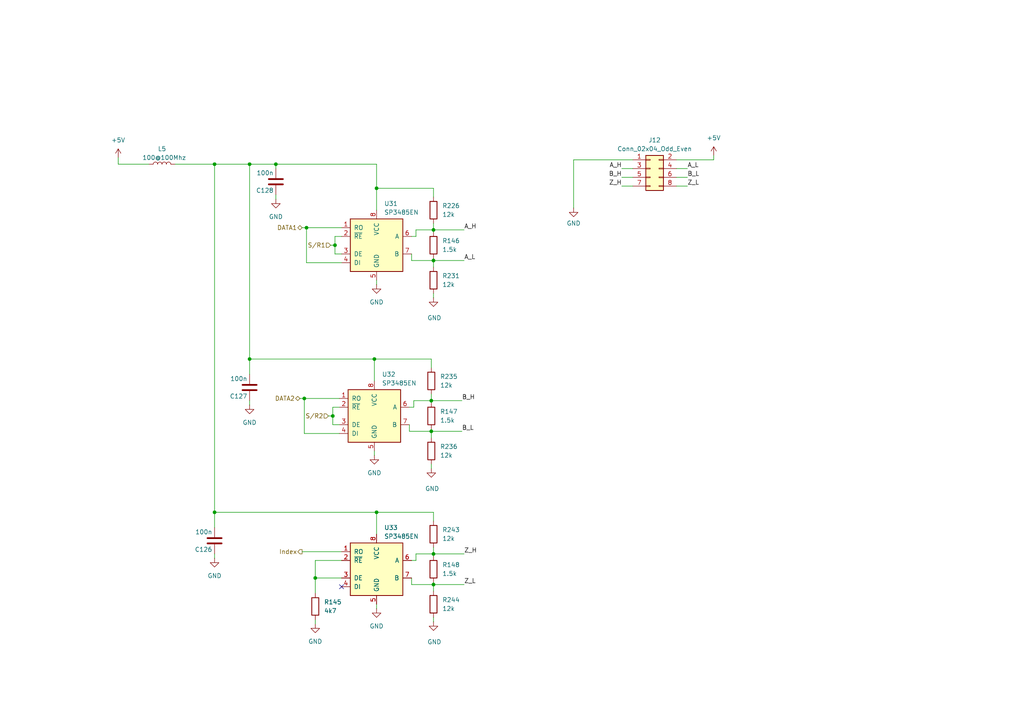
<source format=kicad_sch>
(kicad_sch (version 20231120) (generator "eeschema") (generator_version "8.0")
  (paper "A4")
  (lib_symbols
    (symbol "Connector_Generic:Conn_02x04_Odd_Even" (pin_names (offset 1.016) hide)
      (property "Reference" "J" (at 1.27 5.08 0))
      (property "Value" "Conn_02x04_Odd_Even" (at 1.27 -7.62 0))
      (symbol "Conn_02x04_Odd_Even_1_1"
        (rectangle (start -1.27 -4.953) (end 0 -5.207) (stroke (width 0.1524)))
        (rectangle (start -1.27 -2.413) (end 0 -2.667) (stroke (width 0.1524)))
        (rectangle (start -1.27 0.127) (end 0 -0.127) (stroke (width 0.1524)))
        (rectangle (start -1.27 2.667) (end 0 2.413) (stroke (width 0.1524)))
        (rectangle (start -1.27 3.81) (end 3.81 -6.35) (stroke (width 0.254)) (fill (type background)))
        (rectangle (start 3.81 -4.953) (end 2.54 -5.207) (stroke (width 0.1524)))
        (rectangle (start 3.81 -2.413) (end 2.54 -2.667) (stroke (width 0.1524)))
        (rectangle (start 3.81 0.127) (end 2.54 -0.127) (stroke (width 0.1524)))
        (rectangle (start 3.81 2.667) (end 2.54 2.413) (stroke (width 0.1524)))
        (pin passive line (at -5.08 2.54 0) (length 3.81) (name "Pin_1") (number "1"))
        (pin passive line (at 7.62 2.54 180) (length 3.81) (name "Pin_2") (number "2"))
        (pin passive line (at -5.08 0 0) (length 3.81) (name "Pin_3") (number "3"))
        (pin passive line (at 7.62 0 180) (length 3.81) (name "Pin_4") (number "4"))
        (pin passive line (at -5.08 -2.54 0) (length 3.81) (name "Pin_5") (number "5"))
        (pin passive line (at 7.62 -2.54 180) (length 3.81) (name "Pin_6") (number "6"))
        (pin passive line (at -5.08 -5.08 0) (length 3.81) (name "Pin_7") (number "7"))
        (pin passive line (at 7.62 -5.08 180) (length 3.81) (name "Pin_8") (number "8"))
      )
    )
    (symbol "Device:C" (pin_numbers hide) (pin_names (offset 0.254))
      (property "Reference" "C" (at 0.635 2.54 0))
      (property "Value" "C" (at 0.635 -2.54 0))
      (symbol "C_0_1"
        (polyline (pts (xy -2.032 -0.762) (xy 2.032 -0.762)) (stroke (width 0.508)))
        (polyline (pts (xy -2.032 0.762) (xy 2.032 0.762)) (stroke (width 0.508)))
      )
      (symbol "C_1_1"
        (pin passive line (at 0 3.81 270) (length 2.794) (name "~") (number "1"))
        (pin passive line (at 0 -3.81 90) (length 2.794) (name "~") (number "2"))
      )
    )
    (symbol "Device:L" (pin_numbers hide) (pin_names (offset 1.016) hide)
      (property "Reference" "L" (at -1.27 0 90))
      (property "Value" "L" (at 1.905 0 90))
      (symbol "L_0_1"
        (arc (start 0 -2.54) (mid 0.6323 -1.905) (end 0 -1.27))
        (arc (start 0 -1.27) (mid 0.6323 -0.635) (end 0 0))
        (arc (start 0 0) (mid 0.6323 0.635) (end 0 1.27))
        (arc (start 0 1.27) (mid 0.6323 1.905) (end 0 2.54))
      )
      (symbol "L_1_1"
        (pin passive line (at 0 3.81 270) (length 1.27) (name "1") (number "1"))
        (pin passive line (at 0 -3.81 90) (length 1.27) (name "2") (number "2"))
      )
    )
    (symbol "Device:R" (pin_numbers hide) (pin_names (offset 0))
      (property "Reference" "R" (at 2.032 0 90))
      (property "Value" "R" (at 0 0 90))
      (symbol "R_0_1"
        (rectangle (start -1.016 -2.54) (end 1.016 2.54) (stroke (width 0.254)))
      )
      (symbol "R_1_1"
        (pin passive line (at 0 3.81 270) (length 1.27) (name "~") (number "1"))
        (pin passive line (at 0 -3.81 90) (length 1.27) (name "~") (number "2"))
      )
    )
    (symbol "Interface_UART:SP3485EN" (pin_names (offset 1.016))
      (property "Reference" "U" (at -7.62 8.89 0))
      (property "Value" "SP3485EN" (at 2.54 8.89 0))
      (symbol "SP3485EN_0_1"
        (rectangle (start -7.62 7.62) (end 7.62 -7.62) (stroke (width 0.254)) (fill (type background)))
      )
      (symbol "SP3485EN_1_1"
        (pin output line (at -10.16 5.08 0) (length 2.54) (name "RO") (number "1"))
        (pin input line (at -10.16 2.54 0) (length 2.54) (name "~{RE}") (number "2"))
        (pin input line (at -10.16 -2.54 0) (length 2.54) (name "DE") (number "3"))
        (pin input line (at -10.16 -5.08 0) (length 2.54) (name "DI") (number "4"))
        (pin power_in line (at 0 -10.16 90) (length 2.54) (name "GND") (number "5"))
        (pin bidirectional line (at 10.16 2.54 180) (length 2.54) (name "A") (number "6"))
        (pin bidirectional line (at 10.16 -2.54 180) (length 2.54) (name "B") (number "7"))
        (pin power_in line (at 0 10.16 270) (length 2.54) (name "VCC") (number "8"))
      )
    )
    (symbol "power:+5V" (power) (pin_numbers hide) (pin_names (offset 0) hide)
      (property "Value" "+5V" (at 0 3.556 0))
      (symbol "+5V_0_1"
        (polyline (pts (xy -0.762 1.27) (xy 0 2.54)))
        (polyline (pts (xy 0 0) (xy 0 2.54)))
        (polyline (pts (xy 0 2.54) (xy 0.762 1.27)))
      )
      (symbol "+5V_1_1"
        (pin power_in line (at 0 0 90) (length 0) (name "~") (number "1"))
      )
    )
    (symbol "power:GND" (power) (pin_numbers hide) (pin_names (offset 0) hide)
      (property "Value" "GND" (at 0 -3.81 0))
      (symbol "GND_0_1"
        (polyline (pts (xy 0 0) (xy 0 -1.27) (xy 1.27 -1.27) (xy 0 -2.54) (xy -1.27 -1.27) (xy 0 -1.27)))
      )
      (symbol "GND_1_1"
        (pin power_in line (at 0 0 270) (length 0) (name "~") (number "1"))
      )
    )
  )
  (junction (at 109.22 148.59))
  (junction (at 125.095 125.095))
  (junction (at 72.39 104.14))
  (junction (at 125.095 116.205))
  (junction (at 109.22 54.61))
  (junction (at 97.155 71.12))
  (junction (at 125.73 160.655))
  (junction (at 108.585 104.14))
  (junction (at 96.52 120.65))
  (junction (at 88.265 115.57))
  (junction (at 72.39 47.625))
  (junction (at 91.44 167.64))
  (junction (at 62.23 148.59))
  (junction (at 62.23 47.625))
  (junction (at 125.73 75.565))
  (junction (at 125.73 169.545))
  (junction (at 125.73 66.675))
  (junction (at 80.01 47.625))
  (junction (at 88.9 66.04))
  (no_connect (at 99.06 170.18))
  (wire (pts (xy 120.65 162.56) (xy 120.65 160.655)))
  (wire (pts (xy 125.095 134.62) (xy 125.095 135.89)))
  (wire (pts (xy 125.73 158.75) (xy 125.73 160.655)))
  (wire (pts (xy 88.9 66.04) (xy 88.9 76.2)))
  (wire (pts (xy 125.73 148.59) (xy 109.22 148.59)))
  (wire (pts (xy 34.29 45.72) (xy 34.29 47.625)))
  (wire (pts (xy 120.015 116.205) (xy 125.095 116.205)))
  (wire (pts (xy 108.585 130.81) (xy 108.585 132.08)))
  (wire (pts (xy 109.22 47.625) (xy 109.22 54.61)))
  (wire (pts (xy 87.63 66.04) (xy 88.9 66.04)))
  (wire (pts (xy 207.01 45.085) (xy 207.01 46.355)))
  (wire (pts (xy 119.38 162.56) (xy 120.65 162.56)))
  (wire (pts (xy 125.73 160.655) (xy 134.62 160.655)))
  (wire (pts (xy 72.39 47.625) (xy 80.01 47.625)))
  (wire (pts (xy 62.23 47.625) (xy 62.23 148.59)))
  (wire (pts (xy 125.73 64.77) (xy 125.73 66.675)))
  (wire (pts (xy 119.38 68.58) (xy 120.65 68.58)))
  (wire (pts (xy 108.585 110.49) (xy 108.585 104.14)))
  (wire (pts (xy 118.745 123.19) (xy 118.745 125.095)))
  (wire (pts (xy 125.095 104.14) (xy 108.585 104.14)))
  (wire (pts (xy 97.155 73.66) (xy 99.06 73.66)))
  (wire (pts (xy 166.37 46.355) (xy 166.37 60.325)))
  (wire (pts (xy 119.38 75.565) (xy 125.73 75.565)))
  (wire (pts (xy 95.25 120.65) (xy 96.52 120.65)))
  (wire (pts (xy 34.29 47.625) (xy 43.18 47.625)))
  (wire (pts (xy 99.06 68.58) (xy 97.155 68.58)))
  (wire (pts (xy 91.44 179.705) (xy 91.44 180.975)))
  (wire (pts (xy 87.63 160.02) (xy 99.06 160.02)))
  (wire (pts (xy 119.38 73.66) (xy 119.38 75.565)))
  (wire (pts (xy 120.65 66.675) (xy 125.73 66.675)))
  (wire (pts (xy 120.65 160.655) (xy 125.73 160.655)))
  (wire (pts (xy 180.34 51.435) (xy 183.515 51.435)))
  (wire (pts (xy 118.745 125.095) (xy 125.095 125.095)))
  (wire (pts (xy 125.73 151.13) (xy 125.73 148.59)))
  (wire (pts (xy 125.73 57.15) (xy 125.73 54.61)))
  (wire (pts (xy 109.22 175.26) (xy 109.22 176.53)))
  (wire (pts (xy 125.73 66.675) (xy 134.62 66.675)))
  (wire (pts (xy 109.22 81.28) (xy 109.22 82.55)))
  (wire (pts (xy 99.06 167.64) (xy 91.44 167.64)))
  (wire (pts (xy 196.215 53.975) (xy 199.39 53.975)))
  (wire (pts (xy 125.73 66.675) (xy 125.73 67.31)))
  (wire (pts (xy 120.65 68.58) (xy 120.65 66.675)))
  (wire (pts (xy 80.01 47.625) (xy 80.01 48.895)))
  (wire (pts (xy 91.44 167.64) (xy 91.44 172.085)))
  (wire (pts (xy 125.095 116.205) (xy 125.095 116.84)))
  (wire (pts (xy 125.73 75.565) (xy 125.73 77.47)))
  (wire (pts (xy 96.52 120.65) (xy 96.52 123.19)))
  (wire (pts (xy 96.52 118.11) (xy 96.52 120.65)))
  (wire (pts (xy 196.215 51.435) (xy 199.39 51.435)))
  (wire (pts (xy 80.01 56.515) (xy 80.01 57.785)))
  (wire (pts (xy 119.38 169.545) (xy 125.73 169.545)))
  (wire (pts (xy 125.095 125.095) (xy 125.095 127)))
  (wire (pts (xy 108.585 104.14) (xy 72.39 104.14)))
  (wire (pts (xy 109.22 154.94) (xy 109.22 148.59)))
  (wire (pts (xy 72.39 116.205) (xy 72.39 117.475)))
  (wire (pts (xy 125.73 75.565) (xy 134.62 75.565)))
  (wire (pts (xy 91.44 162.56) (xy 91.44 167.64)))
  (wire (pts (xy 125.73 54.61) (xy 109.22 54.61)))
  (wire (pts (xy 125.73 169.545) (xy 134.62 169.545)))
  (wire (pts (xy 91.44 162.56) (xy 99.06 162.56)))
  (wire (pts (xy 125.73 179.07) (xy 125.73 180.34)))
  (wire (pts (xy 125.095 125.095) (xy 133.985 125.095)))
  (wire (pts (xy 125.73 160.655) (xy 125.73 161.29)))
  (wire (pts (xy 88.265 125.73) (xy 98.425 125.73)))
  (wire (pts (xy 109.22 148.59) (xy 62.23 148.59)))
  (wire (pts (xy 196.215 46.355) (xy 207.01 46.355)))
  (wire (pts (xy 80.01 47.625) (xy 109.22 47.625)))
  (wire (pts (xy 120.015 118.11) (xy 120.015 116.205)))
  (wire (pts (xy 183.515 46.355) (xy 166.37 46.355)))
  (wire (pts (xy 62.23 47.625) (xy 72.39 47.625)))
  (wire (pts (xy 125.73 169.545) (xy 125.73 171.45)))
  (wire (pts (xy 88.9 76.2) (xy 99.06 76.2)))
  (wire (pts (xy 88.265 115.57) (xy 88.265 125.73)))
  (wire (pts (xy 88.265 115.57) (xy 98.425 115.57)))
  (wire (pts (xy 86.995 115.57) (xy 88.265 115.57)))
  (wire (pts (xy 196.215 48.895) (xy 199.39 48.895)))
  (wire (pts (xy 109.22 54.61) (xy 109.22 60.96)))
  (wire (pts (xy 62.23 148.59) (xy 62.23 153.035)))
  (wire (pts (xy 97.155 71.12) (xy 97.155 73.66)))
  (wire (pts (xy 125.095 116.205) (xy 133.985 116.205)))
  (wire (pts (xy 72.39 104.14) (xy 72.39 108.585)))
  (wire (pts (xy 62.23 160.655) (xy 62.23 161.925)))
  (wire (pts (xy 180.34 53.975) (xy 183.515 53.975)))
  (wire (pts (xy 118.745 118.11) (xy 120.015 118.11)))
  (wire (pts (xy 50.8 47.625) (xy 62.23 47.625)))
  (wire (pts (xy 96.52 123.19) (xy 98.425 123.19)))
  (wire (pts (xy 119.38 167.64) (xy 119.38 169.545)))
  (wire (pts (xy 95.885 71.12) (xy 97.155 71.12)))
  (wire (pts (xy 98.425 118.11) (xy 96.52 118.11)))
  (wire (pts (xy 125.095 114.3) (xy 125.095 116.205)))
  (wire (pts (xy 180.34 48.895) (xy 183.515 48.895)))
  (wire (pts (xy 72.39 47.625) (xy 72.39 104.14)))
  (wire (pts (xy 97.155 68.58) (xy 97.155 71.12)))
  (wire (pts (xy 125.73 74.93) (xy 125.73 75.565)))
  (wire (pts (xy 125.73 168.91) (xy 125.73 169.545)))
  (wire (pts (xy 125.095 124.46) (xy 125.095 125.095)))
  (wire (pts (xy 125.73 85.09) (xy 125.73 86.36)))
  (wire (pts (xy 125.095 106.68) (xy 125.095 104.14)))
  (wire (pts (xy 88.9 66.04) (xy 99.06 66.04)))
  (label "Z_L" (at 199.39 53.975 0))
  (label "B_L" (at 133.985 125.095 0))
  (label "B_L" (at 199.39 51.435 0))
  (label "B_H" (at 133.985 116.205 0))
  (label "A_H" (at 180.34 48.895 180))
  (label "Z_L" (at 134.62 169.545 0))
  (label "A_L" (at 199.39 48.895 0))
  (label "A_H" (at 134.62 66.675 0))
  (label "Z_H" (at 134.62 160.655 0))
  (label "B_H" (at 180.34 51.435 180))
  (label "Z_H" (at 180.34 53.975 180))
  (label "A_L" (at 134.62 75.565 0))
  (hierarchical_label "S{slash}R1" (shape input) (at 95.885 71.12 180))
  (hierarchical_label "S{slash}R2" (shape input) (at 95.25 120.65 180))
  (hierarchical_label "DATA1" (shape bidirectional) (at 87.63 66.04 180))
  (hierarchical_label "Index" (shape output) (at 87.63 160.02 180))
  (hierarchical_label "DATA2" (shape bidirectional) (at 86.995 115.57 180))
  (symbol (lib_id "Device:R") (at 91.44 175.895 180) (unit 1)
    (property "Reference" "R145" (at 93.98 174.6249 0) (effects (justify right)))
    (property "Value" "4k7" (at 93.98 177.1649 0) (effects (justify right)))
    (property "Footprint" "Resistor_SMD:R_0402_1005Metric" (effects (hide yes)))
    (property "Description" "Resistor" (effects (hide yes)))
    (property "LCSC Part #" "C25900" (effects (hide yes)))
    (instances (project "EthercatIOBoard" (path "" (reference "R145") (unit 1)) (path "" (reference "R149") (unit 1)) (path "" (reference "R153") (unit 1)) (path "" (reference "R169") (unit 1))))
  )
  (symbol (lib_id "power:+5V") (at 34.29 45.72 0) (unit 1)
    (property "Reference" "#PWR0251" (effects (hide yes)))
    (property "Value" "+5V" (at 34.29 40.64 0))
    (property "Description" "Power symbol creates a global label with name \"+5V\"" (effects (hide yes)))
    (instances (project "EthercatIOBoard" (path "" (reference "#PWR0251") (unit 1)) (path "" (reference "#PWR0261") (unit 1)) (path "" (reference "#PWR0271") (unit 1)) (path "" (reference "#PWR0293") (unit 1))))
  )
  (symbol (lib_id "power:GND") (at 125.73 86.36 0) (unit 1)
    (property "Reference" "#PWR055" (effects (hide yes)))
    (property "Value" "GND" (at 125.984 92.202 0))
    (property "Description" "Power symbol creates a global label with name \"GND\" , ground" (effects (hide yes)))
    (instances (project "EthercatIOBoard" (path "" (reference "#PWR055") (unit 1)) (path "" (reference "#PWR0346") (unit 1)) (path "" (reference "#PWR0347") (unit 1)) (path "" (reference "#PWR0348") (unit 1))))
  )
  (symbol (lib_id "power:+5V") (at 207.01 45.085 0) (unit 1)
    (property "Reference" "#PWR0260" (effects (hide yes)))
    (property "Value" "+5V" (at 207.01 40.005 0))
    (property "Description" "Power symbol creates a global label with name \"+5V\"" (effects (hide yes)))
    (instances (project "EthercatIOBoard" (path "" (reference "#PWR0260") (unit 1)) (path "" (reference "#PWR0270") (unit 1)) (path "" (reference "#PWR0280") (unit 1)) (path "" (reference "#PWR0302") (unit 1))))
  )
  (symbol (lib_id "power:GND") (at 72.39 117.475 0) (unit 1)
    (property "Reference" "#PWR0253" (effects (hide yes)))
    (property "Value" "GND" (at 72.39 122.555 0))
    (property "Description" "Power symbol creates a global label with name \"GND\" , ground" (effects (hide yes)))
    (instances (project "EthercatIOBoard" (path "" (reference "#PWR0253") (unit 1)) (path "" (reference "#PWR0263") (unit 1)) (path "" (reference "#PWR0273") (unit 1)) (path "" (reference "#PWR0295") (unit 1))))
  )
  (symbol (lib_id "power:GND") (at 125.095 135.89 0) (unit 1)
    (property "Reference" "#PWR0349" (effects (hide yes)))
    (property "Value" "GND" (at 125.349 141.732 0))
    (property "Description" "Power symbol creates a global label with name \"GND\" , ground" (effects (hide yes)))
    (instances (project "EthercatIOBoard" (path "" (reference "#PWR0349") (unit 1)) (path "" (reference "#PWR0350") (unit 1)) (path "" (reference "#PWR0351") (unit 1)) (path "" (reference "#PWR0352") (unit 1))))
  )
  (symbol (lib_id "Device:R") (at 125.73 175.26 0) (unit 1)
    (property "Reference" "R244" (at 128.27 173.9899 0) (effects (justify left)))
    (property "Value" "12k" (at 128.27 176.5299 0) (effects (justify left)))
    (property "Footprint" "Resistor_SMD:R_0402_1005Metric" (effects (hide yes)))
    (property "Description" "Resistor" (effects (hide yes)))
    (property "LCSC Part #" "C25752" (effects (hide yes)))
    (instances (project "EthercatIOBoard" (path "" (reference "R244") (unit 1)) (path "" (reference "R246") (unit 1)) (path "" (reference "R248") (unit 1)) (path "" (reference "R250") (unit 1))))
  )
  (symbol (lib_id "power:GND") (at 166.37 60.325 0) (unit 1)
    (property "Reference" "#PWR0259" (effects (hide yes)))
    (property "Value" "GND" (at 166.37 64.77 0))
    (property "Description" "Power symbol creates a global label with name \"GND\" , ground" (effects (hide yes)))
    (instances (project "EthercatIOBoard" (path "" (reference "#PWR0259") (unit 1)) (path "" (reference "#PWR0269") (unit 1)) (path "" (reference "#PWR0279") (unit 1)) (path "" (reference "#PWR0301") (unit 1))))
  )
  (symbol (lib_id "power:GND") (at 109.22 176.53 0) (unit 1)
    (property "Reference" "#PWR0258" (effects (hide yes)))
    (property "Value" "GND" (at 109.22 181.61 0))
    (property "Description" "Power symbol creates a global label with name \"GND\" , ground" (effects (hide yes)))
    (instances (project "EthercatIOBoard" (path "" (reference "#PWR0258") (unit 1)) (path "" (reference "#PWR0268") (unit 1)) (path "" (reference "#PWR0278") (unit 1)) (path "" (reference "#PWR0300") (unit 1))))
  )
  (symbol (lib_id "power:GND") (at 125.73 180.34 0) (unit 1)
    (property "Reference" "#PWR0353" (effects (hide yes)))
    (property "Value" "GND" (at 125.984 186.182 0))
    (property "Description" "Power symbol creates a global label with name \"GND\" , ground" (effects (hide yes)))
    (instances (project "EthercatIOBoard" (path "" (reference "#PWR0353") (unit 1)) (path "" (reference "#PWR0354") (unit 1)) (path "" (reference "#PWR0355") (unit 1)) (path "" (reference "#PWR0356") (unit 1))))
  )
  (symbol (lib_id "Device:R") (at 125.095 130.81 0) (unit 1)
    (property "Reference" "R236" (at 127.635 129.5399 0) (effects (justify left)))
    (property "Value" "12k" (at 127.635 132.0799 0) (effects (justify left)))
    (property "Footprint" "Resistor_SMD:R_0402_1005Metric" (effects (hide yes)))
    (property "Description" "Resistor" (effects (hide yes)))
    (property "LCSC Part #" "C25752" (effects (hide yes)))
    (instances (project "EthercatIOBoard" (path "" (reference "R236") (unit 1)) (path "" (reference "R238") (unit 1)) (path "" (reference "R240") (unit 1)) (path "" (reference "R242") (unit 1))))
  )
  (symbol (lib_id "Device:C") (at 80.01 52.705 180) (unit 1)
    (property "Reference" "C128" (at 79.375 55.245 0) (effects (justify left)))
    (property "Value" "100n" (at 79.375 50.165 0) (effects (justify left)))
    (property "Footprint" "Capacitor_SMD:C_0402_1005Metric" (effects (hide yes)))
    (property "Description" "Unpolarized capacitor" (effects (hide yes)))
    (property "LCSC Part #" "C307331" (effects (hide yes)))
    (instances (project "EthercatIOBoard" (path "" (reference "C128") (unit 1)) (path "" (reference "C131") (unit 1)) (path "" (reference "C134") (unit 1)) (path "" (reference "C144") (unit 1))))
  )
  (symbol (lib_id "Interface_UART:SP3485EN") (at 108.585 120.65 0) (unit 1)
    (property "Reference" "U32" (at 110.7791 108.585 0) (effects (justify left)))
    (property "Value" "SP3485EN" (at 110.7791 111.125 0) (effects (justify left)))
    (property "Footprint" "Package_SO:SOIC-8_3.9x4.9mm_P1.27mm" (effects (hide yes)))
    (property "Datasheet" "http://www.icbase.com/pdf/SPX/SPX00480106.pdf" (effects (hide yes)))
    (property "Description" "Industrial 3.3V Low Power Half-Duplex RS-485 Transceiver 10Mbps, SOIC-8" (effects (hide yes)))
    (property "LCSC Part #" "C6855" (effects (hide yes)))
    (instances (project "EthercatIOBoard" (path "" (reference "U32") (unit 1)) (path "" (reference "U35") (unit 1)) (path "" (reference "U38") (unit 1)) (path "" (reference "U42") (unit 1))))
  )
  (symbol (lib_id "power:GND") (at 108.585 132.08 0) (unit 1)
    (property "Reference" "#PWR0257" (effects (hide yes)))
    (property "Value" "GND" (at 108.585 137.16 0))
    (property "Description" "Power symbol creates a global label with name \"GND\" , ground" (effects (hide yes)))
    (instances (project "EthercatIOBoard" (path "" (reference "#PWR0257") (unit 1)) (path "" (reference "#PWR0267") (unit 1)) (path "" (reference "#PWR0277") (unit 1)) (path "" (reference "#PWR0299") (unit 1))))
  )
  (symbol (lib_id "Device:C") (at 72.39 112.395 180) (unit 1)
    (property "Reference" "C127" (at 71.755 114.935 0) (effects (justify left)))
    (property "Value" "100n" (at 71.755 109.855 0) (effects (justify left)))
    (property "Footprint" "Capacitor_SMD:C_0402_1005Metric" (effects (hide yes)))
    (property "Description" "Unpolarized capacitor" (effects (hide yes)))
    (property "LCSC Part #" "C307331" (effects (hide yes)))
    (instances (project "EthercatIOBoard" (path "" (reference "C127") (unit 1)) (path "" (reference "C130") (unit 1)) (path "" (reference "C133") (unit 1)) (path "" (reference "C143") (unit 1))))
  )
  (symbol (lib_id "Connector_Generic:Conn_02x04_Odd_Even") (at 188.595 48.895 0) (unit 1) (in_bom no)
    (property "Reference" "J12" (at 189.865 40.64 0))
    (property "Value" "Conn_02x04_Odd_Even" (at 189.865 43.18 0))
    (property "Footprint" "JLCFootprints:2Row4Pin3.5mm" (effects (hide yes)))
    (property "Description" "Generic connector, double row, 02x04, odd/even pin numbering scheme (row 1 odd numbers, row 2 even numbers), script generated (kicad-library-utils/schlib/autogen/connector/)" (effects (hide yes)))
    (property "LCSC Part #" "C2923127" (effects (hide yes)))
    (property "Header" "C2903966" (effects (hide yes)))
    (instances (project "EthercatIOBoard" (path "" (reference "J12") (unit 1)) (path "" (reference "J13") (unit 1)) (path "" (reference "J14") (unit 1)) (path "" (reference "J17") (unit 1))))
  )
  (symbol (lib_id "power:GND") (at 109.22 82.55 0) (unit 1)
    (property "Reference" "#PWR0256" (effects (hide yes)))
    (property "Value" "GND" (at 109.22 87.63 0))
    (property "Description" "Power symbol creates a global label with name \"GND\" , ground" (effects (hide yes)))
    (instances (project "EthercatIOBoard" (path "" (reference "#PWR0256") (unit 1)) (path "" (reference "#PWR0266") (unit 1)) (path "" (reference "#PWR0276") (unit 1)) (path "" (reference "#PWR0298") (unit 1))))
  )
  (symbol (lib_id "Device:C") (at 62.23 156.845 180) (unit 1)
    (property "Reference" "C126" (at 61.595 159.385 0) (effects (justify left)))
    (property "Value" "100n" (at 61.595 154.305 0) (effects (justify left)))
    (property "Footprint" "Capacitor_SMD:C_0402_1005Metric" (effects (hide yes)))
    (property "Description" "Unpolarized capacitor" (effects (hide yes)))
    (property "LCSC Part #" "C307331" (effects (hide yes)))
    (instances (project "EthercatIOBoard" (path "" (reference "C126") (unit 1)) (path "" (reference "C129") (unit 1)) (path "" (reference "C132") (unit 1)) (path "" (reference "C142") (unit 1))))
  )
  (symbol (lib_id "Device:R") (at 125.73 71.12 0) (unit 1)
    (property "Reference" "R146" (at 128.27 69.8499 0) (effects (justify left)))
    (property "Value" "1.5k" (at 128.27 72.3899 0) (effects (justify left)))
    (property "Footprint" "Resistor_SMD:R_0603_1608Metric" (effects (hide yes)))
    (property "Description" "Resistor" (effects (hide yes)))
    (property "LCSC Part #" "C22787" (effects (hide yes)))
    (instances (project "EthercatIOBoard" (path "" (reference "R146") (unit 1)) (path "" (reference "R150") (unit 1)) (path "" (reference "R154") (unit 1)) (path "" (reference "R170") (unit 1))))
  )
  (symbol (lib_id "Device:R") (at 125.73 60.96 0) (unit 1)
    (property "Reference" "R226" (at 128.27 59.6899 0) (effects (justify left)))
    (property "Value" "12k" (at 128.27 62.2299 0) (effects (justify left)))
    (property "Footprint" "Resistor_SMD:R_0402_1005Metric" (effects (hide yes)))
    (property "Description" "Resistor" (effects (hide yes)))
    (property "LCSC Part #" "C25752" (effects (hide yes)))
    (instances (project "EthercatIOBoard" (path "" (reference "R226") (unit 1)) (path "" (reference "R228") (unit 1)) (path "" (reference "R229") (unit 1)) (path "" (reference "R230") (unit 1))))
  )
  (symbol (lib_id "Interface_UART:SP3485EN") (at 109.22 71.12 0) (unit 1)
    (property "Reference" "U31" (at 111.4141 59.055 0) (effects (justify left)))
    (property "Value" "SP3485EN" (at 111.4141 61.595 0) (effects (justify left)))
    (property "Footprint" "Package_SO:SOIC-8_3.9x4.9mm_P1.27mm" (effects (hide yes)))
    (property "Datasheet" "http://www.icbase.com/pdf/SPX/SPX00480106.pdf" (effects (hide yes)))
    (property "Description" "Industrial 3.3V Low Power Half-Duplex RS-485 Transceiver 10Mbps, SOIC-8" (effects (hide yes)))
    (property "LCSC Part #" "C6855" (effects (hide yes)))
    (instances (project "EthercatIOBoard" (path "" (reference "U31") (unit 1)) (path "" (reference "U34") (unit 1)) (path "" (reference "U37") (unit 1)) (path "" (reference "U41") (unit 1))))
  )
  (symbol (lib_id "Device:R") (at 125.73 165.1 0) (unit 1)
    (property "Reference" "R148" (at 128.27 163.8299 0) (effects (justify left)))
    (property "Value" "1.5k" (at 128.27 166.3699 0) (effects (justify left)))
    (property "Footprint" "Resistor_SMD:R_0603_1608Metric" (effects (hide yes)))
    (property "Description" "Resistor" (effects (hide yes)))
    (property "LCSC Part #" "C22787" (effects (hide yes)))
    (instances (project "EthercatIOBoard" (path "" (reference "R148") (unit 1)) (path "" (reference "R152") (unit 1)) (path "" (reference "R156") (unit 1)) (path "" (reference "R172") (unit 1))))
  )
  (symbol (lib_id "power:GND") (at 91.44 180.975 0) (unit 1)
    (property "Reference" "#PWR0255" (effects (hide yes)))
    (property "Value" "GND" (at 91.44 186.055 0))
    (property "Description" "Power symbol creates a global label with name \"GND\" , ground" (effects (hide yes)))
    (instances (project "EthercatIOBoard" (path "" (reference "#PWR0255") (unit 1)) (path "" (reference "#PWR0265") (unit 1)) (path "" (reference "#PWR0275") (unit 1)) (path "" (reference "#PWR0297") (unit 1))))
  )
  (symbol (lib_id "Device:R") (at 125.095 110.49 0) (unit 1)
    (property "Reference" "R235" (at 127.635 109.2199 0) (effects (justify left)))
    (property "Value" "12k" (at 127.635 111.7599 0) (effects (justify left)))
    (property "Footprint" "Resistor_SMD:R_0402_1005Metric" (effects (hide yes)))
    (property "Description" "Resistor" (effects (hide yes)))
    (property "LCSC Part #" "C25752" (effects (hide yes)))
    (instances (project "EthercatIOBoard" (path "" (reference "R235") (unit 1)) (path "" (reference "R237") (unit 1)) (path "" (reference "R239") (unit 1)) (path "" (reference "R241") (unit 1))))
  )
  (symbol (lib_id "power:GND") (at 62.23 161.925 0) (unit 1)
    (property "Reference" "#PWR0252" (effects (hide yes)))
    (property "Value" "GND" (at 62.23 167.005 0))
    (property "Description" "Power symbol creates a global label with name \"GND\" , ground" (effects (hide yes)))
    (instances (project "EthercatIOBoard" (path "" (reference "#PWR0252") (unit 1)) (path "" (reference "#PWR0262") (unit 1)) (path "" (reference "#PWR0272") (unit 1)) (path "" (reference "#PWR0294") (unit 1))))
  )
  (symbol (lib_id "Device:L") (at 46.99 47.625 90) (unit 1)
    (property "Reference" "L5" (at 46.99 43.18 90))
    (property "Value" "100@100Mhz" (at 47.625 45.72 90))
    (property "Footprint" "Resistor_SMD:R_0805_2012Metric" (effects (hide yes)))
    (property "Description" "Inductor" (effects (hide yes)))
    (property "LCSC Part #" "C1015" (effects (hide yes)))
    (instances (project "EthercatIOBoard" (path "" (reference "L5") (unit 1)) (path "" (reference "L6") (unit 1)) (path "" (reference "L7") (unit 1)) (path "" (reference "L9") (unit 1))))
  )
  (symbol (lib_id "Device:R") (at 125.73 154.94 0) (unit 1)
    (property "Reference" "R243" (at 128.27 153.6699 0) (effects (justify left)))
    (property "Value" "12k" (at 128.27 156.2099 0) (effects (justify left)))
    (property "Footprint" "Resistor_SMD:R_0402_1005Metric" (effects (hide yes)))
    (property "Description" "Resistor" (effects (hide yes)))
    (property "LCSC Part #" "C25752" (effects (hide yes)))
    (instances (project "EthercatIOBoard" (path "" (reference "R243") (unit 1)) (path "" (reference "R245") (unit 1)) (path "" (reference "R247") (unit 1)) (path "" (reference "R249") (unit 1))))
  )
  (symbol (lib_id "Device:R") (at 125.73 81.28 0) (unit 1)
    (property "Reference" "R231" (at 128.27 80.0099 0) (effects (justify left)))
    (property "Value" "12k" (at 128.27 82.5499 0) (effects (justify left)))
    (property "Footprint" "Resistor_SMD:R_0402_1005Metric" (effects (hide yes)))
    (property "Description" "Resistor" (effects (hide yes)))
    (property "LCSC Part #" "C25752" (effects (hide yes)))
    (instances (project "EthercatIOBoard" (path "" (reference "R231") (unit 1)) (path "" (reference "R232") (unit 1)) (path "" (reference "R233") (unit 1)) (path "" (reference "R234") (unit 1))))
  )
  (symbol (lib_id "Device:R") (at 125.095 120.65 0) (unit 1)
    (property "Reference" "R147" (at 127.635 119.3799 0) (effects (justify left)))
    (property "Value" "1.5k" (at 127.635 121.9199 0) (effects (justify left)))
    (property "Footprint" "Resistor_SMD:R_0603_1608Metric" (effects (hide yes)))
    (property "Description" "Resistor" (effects (hide yes)))
    (property "LCSC Part #" "C22787" (effects (hide yes)))
    (instances (project "EthercatIOBoard" (path "" (reference "R147") (unit 1)) (path "" (reference "R151") (unit 1)) (path "" (reference "R155") (unit 1)) (path "" (reference "R171") (unit 1))))
  )
  (symbol (lib_id "Interface_UART:SP3485EN") (at 109.22 165.1 0) (unit 1)
    (property "Reference" "U33" (at 111.4141 153.035 0) (effects (justify left)))
    (property "Value" "SP3485EN" (at 111.4141 155.575 0) (effects (justify left)))
    (property "Footprint" "Package_SO:SOIC-8_3.9x4.9mm_P1.27mm" (effects (hide yes)))
    (property "Datasheet" "http://www.icbase.com/pdf/SPX/SPX00480106.pdf" (effects (hide yes)))
    (property "Description" "Industrial 3.3V Low Power Half-Duplex RS-485 Transceiver 10Mbps, SOIC-8" (effects (hide yes)))
    (property "LCSC Part #" "C6855" (effects (hide yes)))
    (instances (project "EthercatIOBoard" (path "" (reference "U33") (unit 1)) (path "" (reference "U36") (unit 1)) (path "" (reference "U39") (unit 1)) (path "" (reference "U43") (unit 1))))
  )
  (symbol (lib_id "power:GND") (at 80.01 57.785 0) (unit 1)
    (property "Reference" "#PWR0254" (effects (hide yes)))
    (property "Value" "GND" (at 80.01 62.865 0))
    (property "Description" "Power symbol creates a global label with name \"GND\" , ground" (effects (hide yes)))
    (instances (project "EthercatIOBoard" (path "" (reference "#PWR0254") (unit 1)) (path "" (reference "#PWR0264") (unit 1)) (path "" (reference "#PWR0274") (unit 1)) (path "" (reference "#PWR0296") (unit 1))))
  )
)
</source>
